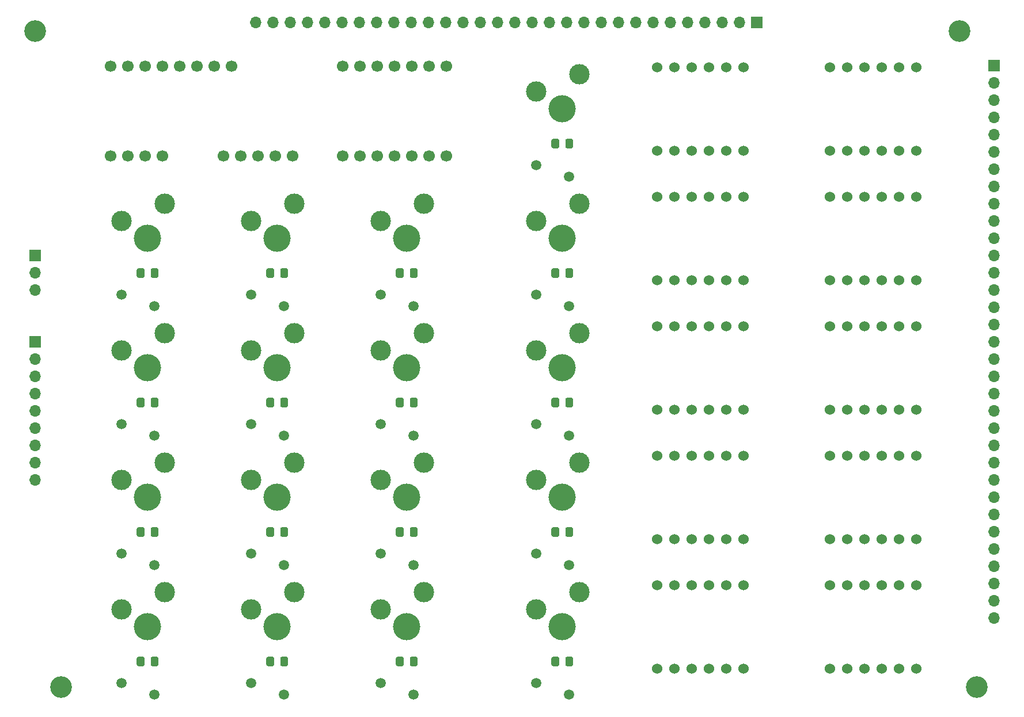
<source format=gbr>
%TF.GenerationSoftware,KiCad,Pcbnew,(5.1.9)-1*%
%TF.CreationDate,2021-05-15T18:53:33-04:00*%
%TF.ProjectId,UFC,5546432e-6b69-4636-9164-5f7063625858,rev?*%
%TF.SameCoordinates,Original*%
%TF.FileFunction,Soldermask,Top*%
%TF.FilePolarity,Negative*%
%FSLAX46Y46*%
G04 Gerber Fmt 4.6, Leading zero omitted, Abs format (unit mm)*
G04 Created by KiCad (PCBNEW (5.1.9)-1) date 2021-05-15 18:53:33*
%MOMM*%
%LPD*%
G01*
G04 APERTURE LIST*
%ADD10O,1.700000X1.700000*%
%ADD11R,1.700000X1.700000*%
%ADD12C,3.200000*%
%ADD13C,1.524000*%
%ADD14C,1.700000*%
%ADD15C,1.500000*%
%ADD16C,4.000000*%
%ADD17C,3.000000*%
G04 APERTURE END LIST*
D10*
%TO.C,J9*%
X107315000Y-50800000D03*
X109855000Y-50800000D03*
X112395000Y-50800000D03*
X114935000Y-50800000D03*
X117475000Y-50800000D03*
X120015000Y-50800000D03*
X122555000Y-50800000D03*
X125095000Y-50800000D03*
X127635000Y-50800000D03*
X130175000Y-50800000D03*
X132715000Y-50800000D03*
X135255000Y-50800000D03*
X137795000Y-50800000D03*
X140335000Y-50800000D03*
X142875000Y-50800000D03*
X145415000Y-50800000D03*
X147955000Y-50800000D03*
X150495000Y-50800000D03*
X153035000Y-50800000D03*
X155575000Y-50800000D03*
X158115000Y-50800000D03*
X160655000Y-50800000D03*
X163195000Y-50800000D03*
X165735000Y-50800000D03*
X168275000Y-50800000D03*
X170815000Y-50800000D03*
X173355000Y-50800000D03*
X175895000Y-50800000D03*
X178435000Y-50800000D03*
D11*
X180975000Y-50800000D03*
%TD*%
D12*
%TO.C,MH4*%
X78740000Y-148590000D03*
%TD*%
%TO.C,MH3*%
X213360000Y-148590000D03*
%TD*%
%TO.C,MH2*%
X210820000Y-52070000D03*
%TD*%
%TO.C,MH1*%
X74930000Y-52070000D03*
%TD*%
D13*
%TO.C,DS2*%
X204470000Y-69660000D03*
X201930000Y-69660000D03*
X199390000Y-69660000D03*
X196850000Y-69660000D03*
X194310000Y-69660000D03*
X191770000Y-69660000D03*
X179070000Y-69660000D03*
X176530000Y-69660000D03*
X173990000Y-69660000D03*
X171450000Y-69660000D03*
X168910000Y-69660000D03*
X166370000Y-69660000D03*
X204470000Y-57340000D03*
X201930000Y-57340000D03*
X199390000Y-57340000D03*
X196850000Y-57340000D03*
X194310000Y-57340000D03*
X191770000Y-57340000D03*
X179070000Y-57340000D03*
X176530000Y-57340000D03*
X173990000Y-57340000D03*
X171450000Y-57340000D03*
X168910000Y-57340000D03*
X166370000Y-57340000D03*
%TD*%
D10*
%TO.C,J7*%
X215900000Y-138430000D03*
X215900000Y-135890000D03*
X215900000Y-133350000D03*
X215900000Y-130810000D03*
X215900000Y-128270000D03*
X215900000Y-125730000D03*
X215900000Y-123190000D03*
X215900000Y-120650000D03*
X215900000Y-118110000D03*
X215900000Y-115570000D03*
X215900000Y-113030000D03*
X215900000Y-110490000D03*
X215900000Y-107950000D03*
X215900000Y-105410000D03*
X215900000Y-102870000D03*
X215900000Y-100330000D03*
X215900000Y-97790000D03*
X215900000Y-95250000D03*
X215900000Y-92710000D03*
X215900000Y-90170000D03*
X215900000Y-87630000D03*
X215900000Y-85090000D03*
X215900000Y-82550000D03*
X215900000Y-80010000D03*
X215900000Y-77470000D03*
X215900000Y-74930000D03*
X215900000Y-72390000D03*
X215900000Y-69850000D03*
X215900000Y-67310000D03*
X215900000Y-64770000D03*
X215900000Y-62230000D03*
X215900000Y-59690000D03*
D11*
X215900000Y-57150000D03*
%TD*%
D10*
%TO.C,J5*%
X74930000Y-118110000D03*
X74930000Y-115570000D03*
X74930000Y-113030000D03*
X74930000Y-110490000D03*
X74930000Y-107950000D03*
X74930000Y-105410000D03*
X74930000Y-102870000D03*
X74930000Y-100330000D03*
D11*
X74930000Y-97790000D03*
%TD*%
D10*
%TO.C,J3*%
X74930000Y-90170000D03*
X74930000Y-87630000D03*
D11*
X74930000Y-85090000D03*
%TD*%
D13*
%TO.C,DS5*%
X204470000Y-126810000D03*
X201930000Y-126810000D03*
X199390000Y-126810000D03*
X196850000Y-126810000D03*
X194310000Y-126810000D03*
X191770000Y-126810000D03*
X179070000Y-126810000D03*
X176530000Y-126810000D03*
X173990000Y-126810000D03*
X171450000Y-126810000D03*
X168910000Y-126810000D03*
X166370000Y-126810000D03*
X204470000Y-114490000D03*
X201930000Y-114490000D03*
X199390000Y-114490000D03*
X196850000Y-114490000D03*
X194310000Y-114490000D03*
X191770000Y-114490000D03*
X179070000Y-114490000D03*
X176530000Y-114490000D03*
X173990000Y-114490000D03*
X171450000Y-114490000D03*
X168910000Y-114490000D03*
X166370000Y-114490000D03*
%TD*%
%TO.C,DS4*%
X204470000Y-107760000D03*
X201930000Y-107760000D03*
X199390000Y-107760000D03*
X196850000Y-107760000D03*
X194310000Y-107760000D03*
X191770000Y-107760000D03*
X179070000Y-107760000D03*
X176530000Y-107760000D03*
X173990000Y-107760000D03*
X171450000Y-107760000D03*
X168910000Y-107760000D03*
X166370000Y-107760000D03*
X204470000Y-95440000D03*
X201930000Y-95440000D03*
X199390000Y-95440000D03*
X196850000Y-95440000D03*
X194310000Y-95440000D03*
X191770000Y-95440000D03*
X179070000Y-95440000D03*
X176530000Y-95440000D03*
X173990000Y-95440000D03*
X171450000Y-95440000D03*
X168910000Y-95440000D03*
X166370000Y-95440000D03*
%TD*%
%TO.C,DS3*%
X204470000Y-88710000D03*
X201930000Y-88710000D03*
X199390000Y-88710000D03*
X196850000Y-88710000D03*
X194310000Y-88710000D03*
X191770000Y-88710000D03*
X179070000Y-88710000D03*
X176530000Y-88710000D03*
X173990000Y-88710000D03*
X171450000Y-88710000D03*
X168910000Y-88710000D03*
X166370000Y-88710000D03*
X204470000Y-76390000D03*
X201930000Y-76390000D03*
X199390000Y-76390000D03*
X196850000Y-76390000D03*
X194310000Y-76390000D03*
X191770000Y-76390000D03*
X179070000Y-76390000D03*
X176530000Y-76390000D03*
X173990000Y-76390000D03*
X171450000Y-76390000D03*
X168910000Y-76390000D03*
X166370000Y-76390000D03*
%TD*%
D14*
%TO.C,DS1*%
X135380000Y-70362000D03*
X132840000Y-70362000D03*
X130300000Y-70362000D03*
X127760000Y-70362000D03*
X125220000Y-70362000D03*
X122680000Y-70362000D03*
X120140000Y-70362000D03*
X112780000Y-70362000D03*
X110240000Y-70362000D03*
X107700000Y-70362000D03*
X105160000Y-70362000D03*
X102620000Y-70362000D03*
X93600000Y-70362000D03*
X91060000Y-70362000D03*
X88520000Y-70362000D03*
X85980000Y-70362000D03*
X135380000Y-57152000D03*
X132840000Y-57152000D03*
X130300000Y-57152000D03*
X127760000Y-57152000D03*
X125220000Y-57152000D03*
X122680000Y-57152000D03*
X120140000Y-57152000D03*
X103760000Y-57152000D03*
X101220000Y-57152000D03*
X98680000Y-57152000D03*
X96140000Y-57152000D03*
X93600000Y-57152000D03*
X91060000Y-57152000D03*
X88520000Y-57152000D03*
X85980000Y-57152000D03*
%TD*%
D13*
%TO.C,DS6*%
X204470000Y-145860000D03*
X201930000Y-145860000D03*
X199390000Y-145860000D03*
X196850000Y-145860000D03*
X194310000Y-145860000D03*
X191770000Y-145860000D03*
X179070000Y-145860000D03*
X176530000Y-145860000D03*
X173990000Y-145860000D03*
X171450000Y-145860000D03*
X168910000Y-145860000D03*
X166370000Y-145860000D03*
X204470000Y-133540000D03*
X201930000Y-133540000D03*
X199390000Y-133540000D03*
X196850000Y-133540000D03*
X194310000Y-133540000D03*
X191770000Y-133540000D03*
X179070000Y-133540000D03*
X176530000Y-133540000D03*
X173990000Y-133540000D03*
X171450000Y-133540000D03*
X168910000Y-133540000D03*
X166370000Y-133540000D03*
%TD*%
D15*
%TO.C,D17*%
X148590000Y-147951040D03*
X153363639Y-149688502D03*
%TD*%
%TO.C,D16*%
X148590000Y-128901040D03*
X153363639Y-130638502D03*
%TD*%
%TO.C,D15*%
X148590000Y-109851040D03*
X153363639Y-111588502D03*
%TD*%
%TO.C,D14*%
X148590000Y-90801040D03*
X153363639Y-92538502D03*
%TD*%
%TO.C,D13*%
X148590000Y-71751040D03*
X153363639Y-73488502D03*
%TD*%
%TO.C,D34*%
G36*
G01*
X151950000Y-144329999D02*
X151950000Y-145230001D01*
G75*
G02*
X151700001Y-145480000I-249999J0D01*
G01*
X151049999Y-145480000D01*
G75*
G02*
X150800000Y-145230001I0J249999D01*
G01*
X150800000Y-144329999D01*
G75*
G02*
X151049999Y-144080000I249999J0D01*
G01*
X151700001Y-144080000D01*
G75*
G02*
X151950000Y-144329999I0J-249999D01*
G01*
G37*
G36*
G01*
X154000000Y-144329999D02*
X154000000Y-145230001D01*
G75*
G02*
X153750001Y-145480000I-249999J0D01*
G01*
X153099999Y-145480000D01*
G75*
G02*
X152850000Y-145230001I0J249999D01*
G01*
X152850000Y-144329999D01*
G75*
G02*
X153099999Y-144080000I249999J0D01*
G01*
X153750001Y-144080000D01*
G75*
G02*
X154000000Y-144329999I0J-249999D01*
G01*
G37*
%TD*%
%TO.C,D33*%
G36*
G01*
X151950000Y-125279999D02*
X151950000Y-126180001D01*
G75*
G02*
X151700001Y-126430000I-249999J0D01*
G01*
X151049999Y-126430000D01*
G75*
G02*
X150800000Y-126180001I0J249999D01*
G01*
X150800000Y-125279999D01*
G75*
G02*
X151049999Y-125030000I249999J0D01*
G01*
X151700001Y-125030000D01*
G75*
G02*
X151950000Y-125279999I0J-249999D01*
G01*
G37*
G36*
G01*
X154000000Y-125279999D02*
X154000000Y-126180001D01*
G75*
G02*
X153750001Y-126430000I-249999J0D01*
G01*
X153099999Y-126430000D01*
G75*
G02*
X152850000Y-126180001I0J249999D01*
G01*
X152850000Y-125279999D01*
G75*
G02*
X153099999Y-125030000I249999J0D01*
G01*
X153750001Y-125030000D01*
G75*
G02*
X154000000Y-125279999I0J-249999D01*
G01*
G37*
%TD*%
%TO.C,D32*%
G36*
G01*
X151950000Y-106229999D02*
X151950000Y-107130001D01*
G75*
G02*
X151700001Y-107380000I-249999J0D01*
G01*
X151049999Y-107380000D01*
G75*
G02*
X150800000Y-107130001I0J249999D01*
G01*
X150800000Y-106229999D01*
G75*
G02*
X151049999Y-105980000I249999J0D01*
G01*
X151700001Y-105980000D01*
G75*
G02*
X151950000Y-106229999I0J-249999D01*
G01*
G37*
G36*
G01*
X154000000Y-106229999D02*
X154000000Y-107130001D01*
G75*
G02*
X153750001Y-107380000I-249999J0D01*
G01*
X153099999Y-107380000D01*
G75*
G02*
X152850000Y-107130001I0J249999D01*
G01*
X152850000Y-106229999D01*
G75*
G02*
X153099999Y-105980000I249999J0D01*
G01*
X153750001Y-105980000D01*
G75*
G02*
X154000000Y-106229999I0J-249999D01*
G01*
G37*
%TD*%
%TO.C,D31*%
G36*
G01*
X151950000Y-87179999D02*
X151950000Y-88080001D01*
G75*
G02*
X151700001Y-88330000I-249999J0D01*
G01*
X151049999Y-88330000D01*
G75*
G02*
X150800000Y-88080001I0J249999D01*
G01*
X150800000Y-87179999D01*
G75*
G02*
X151049999Y-86930000I249999J0D01*
G01*
X151700001Y-86930000D01*
G75*
G02*
X151950000Y-87179999I0J-249999D01*
G01*
G37*
G36*
G01*
X154000000Y-87179999D02*
X154000000Y-88080001D01*
G75*
G02*
X153750001Y-88330000I-249999J0D01*
G01*
X153099999Y-88330000D01*
G75*
G02*
X152850000Y-88080001I0J249999D01*
G01*
X152850000Y-87179999D01*
G75*
G02*
X153099999Y-86930000I249999J0D01*
G01*
X153750001Y-86930000D01*
G75*
G02*
X154000000Y-87179999I0J-249999D01*
G01*
G37*
%TD*%
%TO.C,D30*%
G36*
G01*
X151950000Y-68129999D02*
X151950000Y-69030001D01*
G75*
G02*
X151700001Y-69280000I-249999J0D01*
G01*
X151049999Y-69280000D01*
G75*
G02*
X150800000Y-69030001I0J249999D01*
G01*
X150800000Y-68129999D01*
G75*
G02*
X151049999Y-67880000I249999J0D01*
G01*
X151700001Y-67880000D01*
G75*
G02*
X151950000Y-68129999I0J-249999D01*
G01*
G37*
G36*
G01*
X154000000Y-68129999D02*
X154000000Y-69030001D01*
G75*
G02*
X153750001Y-69280000I-249999J0D01*
G01*
X153099999Y-69280000D01*
G75*
G02*
X152850000Y-69030001I0J249999D01*
G01*
X152850000Y-68129999D01*
G75*
G02*
X153099999Y-67880000I249999J0D01*
G01*
X153750001Y-67880000D01*
G75*
G02*
X154000000Y-68129999I0J-249999D01*
G01*
G37*
%TD*%
%TO.C,D29*%
G36*
G01*
X129090000Y-144329999D02*
X129090000Y-145230001D01*
G75*
G02*
X128840001Y-145480000I-249999J0D01*
G01*
X128189999Y-145480000D01*
G75*
G02*
X127940000Y-145230001I0J249999D01*
G01*
X127940000Y-144329999D01*
G75*
G02*
X128189999Y-144080000I249999J0D01*
G01*
X128840001Y-144080000D01*
G75*
G02*
X129090000Y-144329999I0J-249999D01*
G01*
G37*
G36*
G01*
X131140000Y-144329999D02*
X131140000Y-145230001D01*
G75*
G02*
X130890001Y-145480000I-249999J0D01*
G01*
X130239999Y-145480000D01*
G75*
G02*
X129990000Y-145230001I0J249999D01*
G01*
X129990000Y-144329999D01*
G75*
G02*
X130239999Y-144080000I249999J0D01*
G01*
X130890001Y-144080000D01*
G75*
G02*
X131140000Y-144329999I0J-249999D01*
G01*
G37*
%TD*%
%TO.C,D28*%
G36*
G01*
X110040000Y-144329999D02*
X110040000Y-145230001D01*
G75*
G02*
X109790001Y-145480000I-249999J0D01*
G01*
X109139999Y-145480000D01*
G75*
G02*
X108890000Y-145230001I0J249999D01*
G01*
X108890000Y-144329999D01*
G75*
G02*
X109139999Y-144080000I249999J0D01*
G01*
X109790001Y-144080000D01*
G75*
G02*
X110040000Y-144329999I0J-249999D01*
G01*
G37*
G36*
G01*
X112090000Y-144329999D02*
X112090000Y-145230001D01*
G75*
G02*
X111840001Y-145480000I-249999J0D01*
G01*
X111189999Y-145480000D01*
G75*
G02*
X110940000Y-145230001I0J249999D01*
G01*
X110940000Y-144329999D01*
G75*
G02*
X111189999Y-144080000I249999J0D01*
G01*
X111840001Y-144080000D01*
G75*
G02*
X112090000Y-144329999I0J-249999D01*
G01*
G37*
%TD*%
%TO.C,D27*%
G36*
G01*
X90990000Y-144329999D02*
X90990000Y-145230001D01*
G75*
G02*
X90740001Y-145480000I-249999J0D01*
G01*
X90089999Y-145480000D01*
G75*
G02*
X89840000Y-145230001I0J249999D01*
G01*
X89840000Y-144329999D01*
G75*
G02*
X90089999Y-144080000I249999J0D01*
G01*
X90740001Y-144080000D01*
G75*
G02*
X90990000Y-144329999I0J-249999D01*
G01*
G37*
G36*
G01*
X93040000Y-144329999D02*
X93040000Y-145230001D01*
G75*
G02*
X92790001Y-145480000I-249999J0D01*
G01*
X92139999Y-145480000D01*
G75*
G02*
X91890000Y-145230001I0J249999D01*
G01*
X91890000Y-144329999D01*
G75*
G02*
X92139999Y-144080000I249999J0D01*
G01*
X92790001Y-144080000D01*
G75*
G02*
X93040000Y-144329999I0J-249999D01*
G01*
G37*
%TD*%
%TO.C,D26*%
G36*
G01*
X129090000Y-125279999D02*
X129090000Y-126180001D01*
G75*
G02*
X128840001Y-126430000I-249999J0D01*
G01*
X128189999Y-126430000D01*
G75*
G02*
X127940000Y-126180001I0J249999D01*
G01*
X127940000Y-125279999D01*
G75*
G02*
X128189999Y-125030000I249999J0D01*
G01*
X128840001Y-125030000D01*
G75*
G02*
X129090000Y-125279999I0J-249999D01*
G01*
G37*
G36*
G01*
X131140000Y-125279999D02*
X131140000Y-126180001D01*
G75*
G02*
X130890001Y-126430000I-249999J0D01*
G01*
X130239999Y-126430000D01*
G75*
G02*
X129990000Y-126180001I0J249999D01*
G01*
X129990000Y-125279999D01*
G75*
G02*
X130239999Y-125030000I249999J0D01*
G01*
X130890001Y-125030000D01*
G75*
G02*
X131140000Y-125279999I0J-249999D01*
G01*
G37*
%TD*%
%TO.C,D25*%
G36*
G01*
X110040000Y-125279999D02*
X110040000Y-126180001D01*
G75*
G02*
X109790001Y-126430000I-249999J0D01*
G01*
X109139999Y-126430000D01*
G75*
G02*
X108890000Y-126180001I0J249999D01*
G01*
X108890000Y-125279999D01*
G75*
G02*
X109139999Y-125030000I249999J0D01*
G01*
X109790001Y-125030000D01*
G75*
G02*
X110040000Y-125279999I0J-249999D01*
G01*
G37*
G36*
G01*
X112090000Y-125279999D02*
X112090000Y-126180001D01*
G75*
G02*
X111840001Y-126430000I-249999J0D01*
G01*
X111189999Y-126430000D01*
G75*
G02*
X110940000Y-126180001I0J249999D01*
G01*
X110940000Y-125279999D01*
G75*
G02*
X111189999Y-125030000I249999J0D01*
G01*
X111840001Y-125030000D01*
G75*
G02*
X112090000Y-125279999I0J-249999D01*
G01*
G37*
%TD*%
%TO.C,D24*%
G36*
G01*
X90990000Y-125279999D02*
X90990000Y-126180001D01*
G75*
G02*
X90740001Y-126430000I-249999J0D01*
G01*
X90089999Y-126430000D01*
G75*
G02*
X89840000Y-126180001I0J249999D01*
G01*
X89840000Y-125279999D01*
G75*
G02*
X90089999Y-125030000I249999J0D01*
G01*
X90740001Y-125030000D01*
G75*
G02*
X90990000Y-125279999I0J-249999D01*
G01*
G37*
G36*
G01*
X93040000Y-125279999D02*
X93040000Y-126180001D01*
G75*
G02*
X92790001Y-126430000I-249999J0D01*
G01*
X92139999Y-126430000D01*
G75*
G02*
X91890000Y-126180001I0J249999D01*
G01*
X91890000Y-125279999D01*
G75*
G02*
X92139999Y-125030000I249999J0D01*
G01*
X92790001Y-125030000D01*
G75*
G02*
X93040000Y-125279999I0J-249999D01*
G01*
G37*
%TD*%
%TO.C,D23*%
G36*
G01*
X129090000Y-106229999D02*
X129090000Y-107130001D01*
G75*
G02*
X128840001Y-107380000I-249999J0D01*
G01*
X128189999Y-107380000D01*
G75*
G02*
X127940000Y-107130001I0J249999D01*
G01*
X127940000Y-106229999D01*
G75*
G02*
X128189999Y-105980000I249999J0D01*
G01*
X128840001Y-105980000D01*
G75*
G02*
X129090000Y-106229999I0J-249999D01*
G01*
G37*
G36*
G01*
X131140000Y-106229999D02*
X131140000Y-107130001D01*
G75*
G02*
X130890001Y-107380000I-249999J0D01*
G01*
X130239999Y-107380000D01*
G75*
G02*
X129990000Y-107130001I0J249999D01*
G01*
X129990000Y-106229999D01*
G75*
G02*
X130239999Y-105980000I249999J0D01*
G01*
X130890001Y-105980000D01*
G75*
G02*
X131140000Y-106229999I0J-249999D01*
G01*
G37*
%TD*%
%TO.C,D22*%
G36*
G01*
X110040000Y-106229999D02*
X110040000Y-107130001D01*
G75*
G02*
X109790001Y-107380000I-249999J0D01*
G01*
X109139999Y-107380000D01*
G75*
G02*
X108890000Y-107130001I0J249999D01*
G01*
X108890000Y-106229999D01*
G75*
G02*
X109139999Y-105980000I249999J0D01*
G01*
X109790001Y-105980000D01*
G75*
G02*
X110040000Y-106229999I0J-249999D01*
G01*
G37*
G36*
G01*
X112090000Y-106229999D02*
X112090000Y-107130001D01*
G75*
G02*
X111840001Y-107380000I-249999J0D01*
G01*
X111189999Y-107380000D01*
G75*
G02*
X110940000Y-107130001I0J249999D01*
G01*
X110940000Y-106229999D01*
G75*
G02*
X111189999Y-105980000I249999J0D01*
G01*
X111840001Y-105980000D01*
G75*
G02*
X112090000Y-106229999I0J-249999D01*
G01*
G37*
%TD*%
%TO.C,D21*%
G36*
G01*
X90990000Y-106229999D02*
X90990000Y-107130001D01*
G75*
G02*
X90740001Y-107380000I-249999J0D01*
G01*
X90089999Y-107380000D01*
G75*
G02*
X89840000Y-107130001I0J249999D01*
G01*
X89840000Y-106229999D01*
G75*
G02*
X90089999Y-105980000I249999J0D01*
G01*
X90740001Y-105980000D01*
G75*
G02*
X90990000Y-106229999I0J-249999D01*
G01*
G37*
G36*
G01*
X93040000Y-106229999D02*
X93040000Y-107130001D01*
G75*
G02*
X92790001Y-107380000I-249999J0D01*
G01*
X92139999Y-107380000D01*
G75*
G02*
X91890000Y-107130001I0J249999D01*
G01*
X91890000Y-106229999D01*
G75*
G02*
X92139999Y-105980000I249999J0D01*
G01*
X92790001Y-105980000D01*
G75*
G02*
X93040000Y-106229999I0J-249999D01*
G01*
G37*
%TD*%
%TO.C,D20*%
G36*
G01*
X129090000Y-87179999D02*
X129090000Y-88080001D01*
G75*
G02*
X128840001Y-88330000I-249999J0D01*
G01*
X128189999Y-88330000D01*
G75*
G02*
X127940000Y-88080001I0J249999D01*
G01*
X127940000Y-87179999D01*
G75*
G02*
X128189999Y-86930000I249999J0D01*
G01*
X128840001Y-86930000D01*
G75*
G02*
X129090000Y-87179999I0J-249999D01*
G01*
G37*
G36*
G01*
X131140000Y-87179999D02*
X131140000Y-88080001D01*
G75*
G02*
X130890001Y-88330000I-249999J0D01*
G01*
X130239999Y-88330000D01*
G75*
G02*
X129990000Y-88080001I0J249999D01*
G01*
X129990000Y-87179999D01*
G75*
G02*
X130239999Y-86930000I249999J0D01*
G01*
X130890001Y-86930000D01*
G75*
G02*
X131140000Y-87179999I0J-249999D01*
G01*
G37*
%TD*%
%TO.C,D19*%
G36*
G01*
X110040000Y-87179999D02*
X110040000Y-88080001D01*
G75*
G02*
X109790001Y-88330000I-249999J0D01*
G01*
X109139999Y-88330000D01*
G75*
G02*
X108890000Y-88080001I0J249999D01*
G01*
X108890000Y-87179999D01*
G75*
G02*
X109139999Y-86930000I249999J0D01*
G01*
X109790001Y-86930000D01*
G75*
G02*
X110040000Y-87179999I0J-249999D01*
G01*
G37*
G36*
G01*
X112090000Y-87179999D02*
X112090000Y-88080001D01*
G75*
G02*
X111840001Y-88330000I-249999J0D01*
G01*
X111189999Y-88330000D01*
G75*
G02*
X110940000Y-88080001I0J249999D01*
G01*
X110940000Y-87179999D01*
G75*
G02*
X111189999Y-86930000I249999J0D01*
G01*
X111840001Y-86930000D01*
G75*
G02*
X112090000Y-87179999I0J-249999D01*
G01*
G37*
%TD*%
%TO.C,D18*%
G36*
G01*
X90990000Y-87179999D02*
X90990000Y-88080001D01*
G75*
G02*
X90740001Y-88330000I-249999J0D01*
G01*
X90089999Y-88330000D01*
G75*
G02*
X89840000Y-88080001I0J249999D01*
G01*
X89840000Y-87179999D01*
G75*
G02*
X90089999Y-86930000I249999J0D01*
G01*
X90740001Y-86930000D01*
G75*
G02*
X90990000Y-87179999I0J-249999D01*
G01*
G37*
G36*
G01*
X93040000Y-87179999D02*
X93040000Y-88080001D01*
G75*
G02*
X92790001Y-88330000I-249999J0D01*
G01*
X92139999Y-88330000D01*
G75*
G02*
X91890000Y-88080001I0J249999D01*
G01*
X91890000Y-87179999D01*
G75*
G02*
X92139999Y-86930000I249999J0D01*
G01*
X92790001Y-86930000D01*
G75*
G02*
X93040000Y-87179999I0J-249999D01*
G01*
G37*
%TD*%
%TO.C,D1*%
X87630000Y-90801040D03*
X92403639Y-92538502D03*
%TD*%
%TO.C,D2*%
X106680000Y-90801040D03*
X111453639Y-92538502D03*
%TD*%
%TO.C,D3*%
X125730000Y-90801040D03*
X130503639Y-92538502D03*
%TD*%
%TO.C,D4*%
X87630000Y-109851040D03*
X92403639Y-111588502D03*
%TD*%
%TO.C,D5*%
X106680000Y-109851040D03*
X111453639Y-111588502D03*
%TD*%
%TO.C,D6*%
X125730000Y-109851040D03*
X130503639Y-111588502D03*
%TD*%
%TO.C,D7*%
X87630000Y-128901040D03*
X92403639Y-130638502D03*
%TD*%
%TO.C,D8*%
X106680000Y-128901040D03*
X111453639Y-130638502D03*
%TD*%
%TO.C,D9*%
X125730000Y-128901040D03*
X130503639Y-130638502D03*
%TD*%
%TO.C,D10*%
X87630000Y-147951040D03*
X92403639Y-149688502D03*
%TD*%
%TO.C,D11*%
X106680000Y-147951040D03*
X111453639Y-149688502D03*
%TD*%
%TO.C,D12*%
X125730000Y-147951040D03*
X130503639Y-149688502D03*
%TD*%
D16*
%TO.C,SW1*%
X91440000Y-82550000D03*
D17*
X87630000Y-80010000D03*
X93980000Y-77470000D03*
%TD*%
D16*
%TO.C,SW2*%
X110490000Y-82550000D03*
D17*
X106680000Y-80010000D03*
X113030000Y-77470000D03*
%TD*%
D16*
%TO.C,SW3*%
X129540000Y-82550000D03*
D17*
X125730000Y-80010000D03*
X132080000Y-77470000D03*
%TD*%
D16*
%TO.C,SW4*%
X91440000Y-101600000D03*
D17*
X87630000Y-99060000D03*
X93980000Y-96520000D03*
%TD*%
D16*
%TO.C,SW5*%
X110490000Y-101600000D03*
D17*
X106680000Y-99060000D03*
X113030000Y-96520000D03*
%TD*%
D16*
%TO.C,SW6*%
X129540000Y-101600000D03*
D17*
X125730000Y-99060000D03*
X132080000Y-96520000D03*
%TD*%
D16*
%TO.C,SW7*%
X91440000Y-120650000D03*
D17*
X87630000Y-118110000D03*
X93980000Y-115570000D03*
%TD*%
D16*
%TO.C,SW8*%
X110490000Y-120650000D03*
D17*
X106680000Y-118110000D03*
X113030000Y-115570000D03*
%TD*%
D16*
%TO.C,SW9*%
X129540000Y-120650000D03*
D17*
X125730000Y-118110000D03*
X132080000Y-115570000D03*
%TD*%
D16*
%TO.C,SW10*%
X91440000Y-139700000D03*
D17*
X87630000Y-137160000D03*
X93980000Y-134620000D03*
%TD*%
D16*
%TO.C,SW11*%
X110490000Y-139700000D03*
D17*
X106680000Y-137160000D03*
X113030000Y-134620000D03*
%TD*%
D16*
%TO.C,SW12*%
X129540000Y-139700000D03*
D17*
X125730000Y-137160000D03*
X132080000Y-134620000D03*
%TD*%
D16*
%TO.C,SW13*%
X152400000Y-63500000D03*
D17*
X148590000Y-60960000D03*
X154940000Y-58420000D03*
%TD*%
D16*
%TO.C,SW14*%
X152400000Y-82550000D03*
D17*
X148590000Y-80010000D03*
X154940000Y-77470000D03*
%TD*%
D16*
%TO.C,SW15*%
X152400000Y-101600000D03*
D17*
X148590000Y-99060000D03*
X154940000Y-96520000D03*
%TD*%
D16*
%TO.C,SW16*%
X152400000Y-120650000D03*
D17*
X148590000Y-118110000D03*
X154940000Y-115570000D03*
%TD*%
D16*
%TO.C,SW17*%
X152400000Y-139700000D03*
D17*
X148590000Y-137160000D03*
X154940000Y-134620000D03*
%TD*%
M02*

</source>
